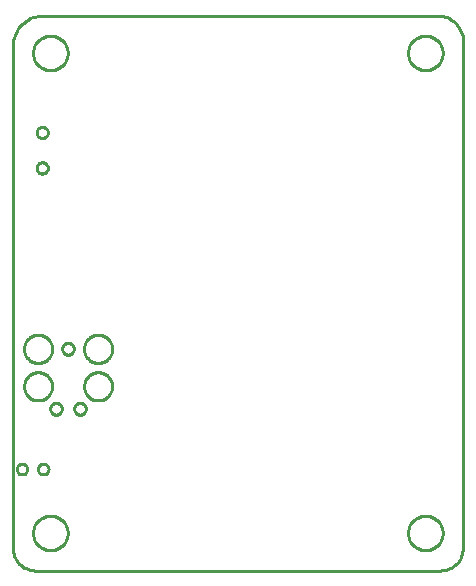
<source format=gbr>
G04 EAGLE Gerber RS-274X export*
G75*
%MOMM*%
%FSLAX34Y34*%
%LPD*%
%IN*%
%IPPOS*%
%AMOC8*
5,1,8,0,0,1.08239X$1,22.5*%
G01*
%ADD10C,0.254000*%


D10*
X0Y19050D02*
X73Y17390D01*
X289Y15742D01*
X649Y14120D01*
X1149Y12535D01*
X1785Y10999D01*
X2552Y9525D01*
X3445Y8123D01*
X4457Y6805D01*
X5580Y5580D01*
X6805Y4457D01*
X8123Y3445D01*
X9525Y2552D01*
X10999Y1785D01*
X12535Y1149D01*
X14120Y649D01*
X15742Y289D01*
X17390Y73D01*
X19050Y0D01*
X361950Y0D01*
X363610Y73D01*
X365258Y289D01*
X366881Y649D01*
X368465Y1149D01*
X370001Y1785D01*
X371475Y2552D01*
X372877Y3445D01*
X374195Y4457D01*
X375420Y5580D01*
X376543Y6805D01*
X377555Y8123D01*
X378448Y9525D01*
X379215Y10999D01*
X379851Y12535D01*
X380351Y14120D01*
X380711Y15742D01*
X380928Y17390D01*
X381000Y19050D01*
X381000Y444500D01*
X381192Y446449D01*
X381214Y448408D01*
X381064Y450360D01*
X380746Y452293D01*
X380260Y454190D01*
X379610Y456038D01*
X378802Y457822D01*
X377841Y459529D01*
X376736Y461145D01*
X375493Y462660D01*
X374124Y464060D01*
X372637Y465335D01*
X371045Y466476D01*
X369360Y467474D01*
X367594Y468321D01*
X365761Y469011D01*
X363875Y469539D01*
X361950Y469900D01*
X25400Y469900D01*
X23186Y469803D01*
X20989Y469514D01*
X18826Y469035D01*
X16713Y468368D01*
X14666Y467520D01*
X12700Y466497D01*
X10831Y465306D01*
X9073Y463958D01*
X7440Y462461D01*
X5942Y460827D01*
X4594Y459069D01*
X3403Y457200D01*
X2380Y455235D01*
X1532Y453187D01*
X865Y451074D01*
X386Y448911D01*
X97Y446714D01*
X0Y444500D01*
X0Y19050D01*
X46355Y31228D02*
X46281Y30188D01*
X46132Y29155D01*
X45910Y28136D01*
X45616Y27135D01*
X45252Y26157D01*
X44819Y25208D01*
X44319Y24293D01*
X43755Y23415D01*
X43129Y22580D01*
X42446Y21792D01*
X41708Y21054D01*
X40920Y20371D01*
X40085Y19746D01*
X39207Y19181D01*
X38292Y18682D01*
X37343Y18248D01*
X36365Y17884D01*
X35364Y17590D01*
X34345Y17368D01*
X33312Y17219D01*
X32272Y17145D01*
X31228Y17145D01*
X30188Y17219D01*
X29155Y17368D01*
X28136Y17590D01*
X27135Y17884D01*
X26157Y18248D01*
X25208Y18682D01*
X24293Y19181D01*
X23415Y19746D01*
X22580Y20371D01*
X21792Y21054D01*
X21054Y21792D01*
X20371Y22580D01*
X19746Y23415D01*
X19181Y24293D01*
X18682Y25208D01*
X18248Y26157D01*
X17884Y27135D01*
X17590Y28136D01*
X17368Y29155D01*
X17219Y30188D01*
X17145Y31228D01*
X17145Y32272D01*
X17219Y33312D01*
X17368Y34345D01*
X17590Y35364D01*
X17884Y36365D01*
X18248Y37343D01*
X18682Y38292D01*
X19181Y39207D01*
X19746Y40085D01*
X20371Y40920D01*
X21054Y41708D01*
X21792Y42446D01*
X22580Y43129D01*
X23415Y43755D01*
X24293Y44319D01*
X25208Y44819D01*
X26157Y45252D01*
X27135Y45616D01*
X28136Y45910D01*
X29155Y46132D01*
X30188Y46281D01*
X31228Y46355D01*
X32272Y46355D01*
X33312Y46281D01*
X34345Y46132D01*
X35364Y45910D01*
X36365Y45616D01*
X37343Y45252D01*
X38292Y44819D01*
X39207Y44319D01*
X40085Y43755D01*
X40920Y43129D01*
X41708Y42446D01*
X42446Y41708D01*
X43129Y40920D01*
X43755Y40085D01*
X44319Y39207D01*
X44819Y38292D01*
X45252Y37343D01*
X45616Y36365D01*
X45910Y35364D01*
X46132Y34345D01*
X46281Y33312D01*
X46355Y32272D01*
X46355Y31228D01*
X363855Y31228D02*
X363781Y30188D01*
X363632Y29155D01*
X363410Y28136D01*
X363116Y27135D01*
X362752Y26157D01*
X362319Y25208D01*
X361819Y24293D01*
X361255Y23415D01*
X360629Y22580D01*
X359946Y21792D01*
X359208Y21054D01*
X358420Y20371D01*
X357585Y19746D01*
X356707Y19181D01*
X355792Y18682D01*
X354843Y18248D01*
X353865Y17884D01*
X352864Y17590D01*
X351845Y17368D01*
X350812Y17219D01*
X349772Y17145D01*
X348728Y17145D01*
X347688Y17219D01*
X346655Y17368D01*
X345636Y17590D01*
X344635Y17884D01*
X343657Y18248D01*
X342708Y18682D01*
X341793Y19181D01*
X340915Y19746D01*
X340080Y20371D01*
X339292Y21054D01*
X338554Y21792D01*
X337871Y22580D01*
X337246Y23415D01*
X336681Y24293D01*
X336182Y25208D01*
X335748Y26157D01*
X335384Y27135D01*
X335090Y28136D01*
X334868Y29155D01*
X334719Y30188D01*
X334645Y31228D01*
X334645Y32272D01*
X334719Y33312D01*
X334868Y34345D01*
X335090Y35364D01*
X335384Y36365D01*
X335748Y37343D01*
X336182Y38292D01*
X336681Y39207D01*
X337246Y40085D01*
X337871Y40920D01*
X338554Y41708D01*
X339292Y42446D01*
X340080Y43129D01*
X340915Y43755D01*
X341793Y44319D01*
X342708Y44819D01*
X343657Y45252D01*
X344635Y45616D01*
X345636Y45910D01*
X346655Y46132D01*
X347688Y46281D01*
X348728Y46355D01*
X349772Y46355D01*
X350812Y46281D01*
X351845Y46132D01*
X352864Y45910D01*
X353865Y45616D01*
X354843Y45252D01*
X355792Y44819D01*
X356707Y44319D01*
X357585Y43755D01*
X358420Y43129D01*
X359208Y42446D01*
X359946Y41708D01*
X360629Y40920D01*
X361255Y40085D01*
X361819Y39207D01*
X362319Y38292D01*
X362752Y37343D01*
X363116Y36365D01*
X363410Y35364D01*
X363632Y34345D01*
X363781Y33312D01*
X363855Y32272D01*
X363855Y31228D01*
X363855Y437628D02*
X363781Y436588D01*
X363632Y435555D01*
X363410Y434536D01*
X363116Y433535D01*
X362752Y432557D01*
X362319Y431608D01*
X361819Y430693D01*
X361255Y429815D01*
X360629Y428980D01*
X359946Y428192D01*
X359208Y427454D01*
X358420Y426771D01*
X357585Y426146D01*
X356707Y425581D01*
X355792Y425082D01*
X354843Y424648D01*
X353865Y424284D01*
X352864Y423990D01*
X351845Y423768D01*
X350812Y423619D01*
X349772Y423545D01*
X348728Y423545D01*
X347688Y423619D01*
X346655Y423768D01*
X345636Y423990D01*
X344635Y424284D01*
X343657Y424648D01*
X342708Y425082D01*
X341793Y425581D01*
X340915Y426146D01*
X340080Y426771D01*
X339292Y427454D01*
X338554Y428192D01*
X337871Y428980D01*
X337246Y429815D01*
X336681Y430693D01*
X336182Y431608D01*
X335748Y432557D01*
X335384Y433535D01*
X335090Y434536D01*
X334868Y435555D01*
X334719Y436588D01*
X334645Y437628D01*
X334645Y438672D01*
X334719Y439712D01*
X334868Y440745D01*
X335090Y441764D01*
X335384Y442765D01*
X335748Y443743D01*
X336182Y444692D01*
X336681Y445607D01*
X337246Y446485D01*
X337871Y447320D01*
X338554Y448108D01*
X339292Y448846D01*
X340080Y449529D01*
X340915Y450155D01*
X341793Y450719D01*
X342708Y451219D01*
X343657Y451652D01*
X344635Y452016D01*
X345636Y452310D01*
X346655Y452532D01*
X347688Y452681D01*
X348728Y452755D01*
X349772Y452755D01*
X350812Y452681D01*
X351845Y452532D01*
X352864Y452310D01*
X353865Y452016D01*
X354843Y451652D01*
X355792Y451219D01*
X356707Y450719D01*
X357585Y450155D01*
X358420Y449529D01*
X359208Y448846D01*
X359946Y448108D01*
X360629Y447320D01*
X361255Y446485D01*
X361819Y445607D01*
X362319Y444692D01*
X362752Y443743D01*
X363116Y442765D01*
X363410Y441764D01*
X363632Y440745D01*
X363781Y439712D01*
X363855Y438672D01*
X363855Y437628D01*
X46355Y437628D02*
X46281Y436588D01*
X46132Y435555D01*
X45910Y434536D01*
X45616Y433535D01*
X45252Y432557D01*
X44819Y431608D01*
X44319Y430693D01*
X43755Y429815D01*
X43129Y428980D01*
X42446Y428192D01*
X41708Y427454D01*
X40920Y426771D01*
X40085Y426146D01*
X39207Y425581D01*
X38292Y425082D01*
X37343Y424648D01*
X36365Y424284D01*
X35364Y423990D01*
X34345Y423768D01*
X33312Y423619D01*
X32272Y423545D01*
X31228Y423545D01*
X30188Y423619D01*
X29155Y423768D01*
X28136Y423990D01*
X27135Y424284D01*
X26157Y424648D01*
X25208Y425082D01*
X24293Y425581D01*
X23415Y426146D01*
X22580Y426771D01*
X21792Y427454D01*
X21054Y428192D01*
X20371Y428980D01*
X19746Y429815D01*
X19181Y430693D01*
X18682Y431608D01*
X18248Y432557D01*
X17884Y433535D01*
X17590Y434536D01*
X17368Y435555D01*
X17219Y436588D01*
X17145Y437628D01*
X17145Y438672D01*
X17219Y439712D01*
X17368Y440745D01*
X17590Y441764D01*
X17884Y442765D01*
X18248Y443743D01*
X18682Y444692D01*
X19181Y445607D01*
X19746Y446485D01*
X20371Y447320D01*
X21054Y448108D01*
X21792Y448846D01*
X22580Y449529D01*
X23415Y450155D01*
X24293Y450719D01*
X25208Y451219D01*
X26157Y451652D01*
X27135Y452016D01*
X28136Y452310D01*
X29155Y452532D01*
X30188Y452681D01*
X31228Y452755D01*
X32272Y452755D01*
X33312Y452681D01*
X34345Y452532D01*
X35364Y452310D01*
X36365Y452016D01*
X37343Y451652D01*
X38292Y451219D01*
X39207Y450719D01*
X40085Y450155D01*
X40920Y449529D01*
X41708Y448846D01*
X42446Y448108D01*
X43129Y447320D01*
X43755Y446485D01*
X44319Y445607D01*
X44819Y444692D01*
X45252Y443743D01*
X45616Y442765D01*
X45910Y441764D01*
X46132Y440745D01*
X46281Y439712D01*
X46355Y438672D01*
X46355Y437628D01*
X46458Y182753D02*
X45905Y182815D01*
X45363Y182939D01*
X44838Y183123D01*
X44336Y183364D01*
X43865Y183660D01*
X43430Y184007D01*
X43037Y184400D01*
X42690Y184835D01*
X42394Y185306D01*
X42153Y185808D01*
X41969Y186333D01*
X41845Y186875D01*
X41783Y187428D01*
X41783Y187984D01*
X41845Y188537D01*
X41969Y189079D01*
X42153Y189604D01*
X42394Y190106D01*
X42690Y190577D01*
X43037Y191012D01*
X43430Y191405D01*
X43865Y191752D01*
X44336Y192048D01*
X44838Y192289D01*
X45363Y192473D01*
X45905Y192597D01*
X46458Y192659D01*
X47014Y192659D01*
X47567Y192597D01*
X48109Y192473D01*
X48634Y192289D01*
X49136Y192048D01*
X49607Y191752D01*
X50042Y191405D01*
X50435Y191012D01*
X50782Y190577D01*
X51078Y190106D01*
X51319Y189604D01*
X51503Y189079D01*
X51627Y188537D01*
X51689Y187984D01*
X51689Y187428D01*
X51627Y186875D01*
X51503Y186333D01*
X51319Y185808D01*
X51078Y185306D01*
X50782Y184835D01*
X50435Y184400D01*
X50042Y184007D01*
X49607Y183660D01*
X49136Y183364D01*
X48634Y183123D01*
X48109Y182939D01*
X47567Y182815D01*
X47014Y182753D01*
X46458Y182753D01*
X56608Y131953D02*
X56055Y132015D01*
X55513Y132139D01*
X54988Y132323D01*
X54486Y132564D01*
X54015Y132860D01*
X53580Y133207D01*
X53187Y133600D01*
X52840Y134035D01*
X52544Y134506D01*
X52303Y135008D01*
X52119Y135533D01*
X51995Y136075D01*
X51933Y136628D01*
X51933Y137184D01*
X51995Y137737D01*
X52119Y138279D01*
X52303Y138804D01*
X52544Y139306D01*
X52840Y139777D01*
X53187Y140212D01*
X53580Y140605D01*
X54015Y140952D01*
X54486Y141248D01*
X54988Y141489D01*
X55513Y141673D01*
X56055Y141797D01*
X56608Y141859D01*
X57164Y141859D01*
X57717Y141797D01*
X58259Y141673D01*
X58784Y141489D01*
X59286Y141248D01*
X59757Y140952D01*
X60192Y140605D01*
X60585Y140212D01*
X60932Y139777D01*
X61228Y139306D01*
X61469Y138804D01*
X61653Y138279D01*
X61777Y137737D01*
X61839Y137184D01*
X61839Y136628D01*
X61777Y136075D01*
X61653Y135533D01*
X61469Y135008D01*
X61228Y134506D01*
X60932Y134035D01*
X60585Y133600D01*
X60192Y133207D01*
X59757Y132860D01*
X59286Y132564D01*
X58784Y132323D01*
X58259Y132139D01*
X57717Y132015D01*
X57164Y131953D01*
X56608Y131953D01*
X36308Y131953D02*
X35755Y132015D01*
X35213Y132139D01*
X34688Y132323D01*
X34186Y132564D01*
X33715Y132860D01*
X33280Y133207D01*
X32887Y133600D01*
X32540Y134035D01*
X32244Y134506D01*
X32003Y135008D01*
X31819Y135533D01*
X31695Y136075D01*
X31633Y136628D01*
X31633Y137184D01*
X31695Y137737D01*
X31819Y138279D01*
X32003Y138804D01*
X32244Y139306D01*
X32540Y139777D01*
X32887Y140212D01*
X33280Y140605D01*
X33715Y140952D01*
X34186Y141248D01*
X34688Y141489D01*
X35213Y141673D01*
X35755Y141797D01*
X36308Y141859D01*
X36864Y141859D01*
X37417Y141797D01*
X37959Y141673D01*
X38484Y141489D01*
X38986Y141248D01*
X39457Y140952D01*
X39892Y140605D01*
X40285Y140212D01*
X40632Y139777D01*
X40928Y139306D01*
X41169Y138804D01*
X41353Y138279D01*
X41477Y137737D01*
X41539Y137184D01*
X41539Y136628D01*
X41477Y136075D01*
X41353Y135533D01*
X41169Y135008D01*
X40928Y134506D01*
X40632Y134035D01*
X40285Y133600D01*
X39892Y133207D01*
X39457Y132860D01*
X38986Y132564D01*
X38484Y132323D01*
X37959Y132139D01*
X37417Y132015D01*
X36864Y131953D01*
X36308Y131953D01*
X71669Y175832D02*
X70739Y175905D01*
X69818Y176051D01*
X68910Y176269D01*
X68023Y176557D01*
X67161Y176914D01*
X66329Y177338D01*
X65534Y177825D01*
X64779Y178374D01*
X64069Y178980D01*
X63410Y179639D01*
X62804Y180349D01*
X62255Y181104D01*
X61768Y181899D01*
X61344Y182731D01*
X60987Y183593D01*
X60699Y184480D01*
X60481Y185388D01*
X60335Y186309D01*
X60262Y187239D01*
X60262Y188173D01*
X60335Y189103D01*
X60481Y190024D01*
X60699Y190932D01*
X60987Y191819D01*
X61344Y192681D01*
X61768Y193513D01*
X62255Y194308D01*
X62804Y195063D01*
X63410Y195773D01*
X64069Y196432D01*
X64779Y197038D01*
X65534Y197587D01*
X66329Y198074D01*
X67161Y198498D01*
X68023Y198855D01*
X68910Y199144D01*
X69818Y199361D01*
X70739Y199507D01*
X71669Y199581D01*
X72603Y199581D01*
X73533Y199507D01*
X74454Y199361D01*
X75362Y199144D01*
X76249Y198855D01*
X77111Y198498D01*
X77943Y198074D01*
X78738Y197587D01*
X79493Y197038D01*
X80203Y196432D01*
X80862Y195773D01*
X81468Y195063D01*
X82017Y194308D01*
X82504Y193513D01*
X82928Y192681D01*
X83285Y191819D01*
X83574Y190932D01*
X83791Y190024D01*
X83937Y189103D01*
X84011Y188173D01*
X84011Y187239D01*
X83937Y186309D01*
X83791Y185388D01*
X83574Y184480D01*
X83285Y183593D01*
X82928Y182731D01*
X82504Y181899D01*
X82017Y181104D01*
X81468Y180349D01*
X80862Y179639D01*
X80203Y178980D01*
X79493Y178374D01*
X78738Y177825D01*
X77943Y177338D01*
X77111Y176914D01*
X76249Y176557D01*
X75362Y176269D01*
X74454Y176051D01*
X73533Y175905D01*
X72603Y175832D01*
X71669Y175832D01*
X71669Y144082D02*
X70739Y144155D01*
X69818Y144301D01*
X68910Y144519D01*
X68023Y144807D01*
X67161Y145164D01*
X66329Y145588D01*
X65534Y146075D01*
X64779Y146624D01*
X64069Y147230D01*
X63410Y147889D01*
X62804Y148599D01*
X62255Y149354D01*
X61768Y150149D01*
X61344Y150981D01*
X60987Y151843D01*
X60699Y152730D01*
X60481Y153638D01*
X60335Y154559D01*
X60262Y155489D01*
X60262Y156423D01*
X60335Y157353D01*
X60481Y158274D01*
X60699Y159182D01*
X60987Y160069D01*
X61344Y160931D01*
X61768Y161763D01*
X62255Y162558D01*
X62804Y163313D01*
X63410Y164023D01*
X64069Y164682D01*
X64779Y165288D01*
X65534Y165837D01*
X66329Y166324D01*
X67161Y166748D01*
X68023Y167105D01*
X68910Y167394D01*
X69818Y167611D01*
X70739Y167757D01*
X71669Y167831D01*
X72603Y167831D01*
X73533Y167757D01*
X74454Y167611D01*
X75362Y167394D01*
X76249Y167105D01*
X77111Y166748D01*
X77943Y166324D01*
X78738Y165837D01*
X79493Y165288D01*
X80203Y164682D01*
X80862Y164023D01*
X81468Y163313D01*
X82017Y162558D01*
X82504Y161763D01*
X82928Y160931D01*
X83285Y160069D01*
X83574Y159182D01*
X83791Y158274D01*
X83937Y157353D01*
X84011Y156423D01*
X84011Y155489D01*
X83937Y154559D01*
X83791Y153638D01*
X83574Y152730D01*
X83285Y151843D01*
X82928Y150981D01*
X82504Y150149D01*
X82017Y149354D01*
X81468Y148599D01*
X80862Y147889D01*
X80203Y147230D01*
X79493Y146624D01*
X78738Y146075D01*
X77943Y145588D01*
X77111Y145164D01*
X76249Y144807D01*
X75362Y144519D01*
X74454Y144301D01*
X73533Y144155D01*
X72603Y144082D01*
X71669Y144082D01*
X20869Y144082D02*
X19939Y144155D01*
X19018Y144301D01*
X18110Y144519D01*
X17223Y144807D01*
X16361Y145164D01*
X15529Y145588D01*
X14734Y146075D01*
X13979Y146624D01*
X13269Y147230D01*
X12610Y147889D01*
X12004Y148599D01*
X11455Y149354D01*
X10968Y150149D01*
X10544Y150981D01*
X10187Y151843D01*
X9899Y152730D01*
X9681Y153638D01*
X9535Y154559D01*
X9462Y155489D01*
X9462Y156423D01*
X9535Y157353D01*
X9681Y158274D01*
X9899Y159182D01*
X10187Y160069D01*
X10544Y160931D01*
X10968Y161763D01*
X11455Y162558D01*
X12004Y163313D01*
X12610Y164023D01*
X13269Y164682D01*
X13979Y165288D01*
X14734Y165837D01*
X15529Y166324D01*
X16361Y166748D01*
X17223Y167105D01*
X18110Y167394D01*
X19018Y167611D01*
X19939Y167757D01*
X20869Y167831D01*
X21803Y167831D01*
X22733Y167757D01*
X23654Y167611D01*
X24562Y167394D01*
X25449Y167105D01*
X26311Y166748D01*
X27143Y166324D01*
X27938Y165837D01*
X28693Y165288D01*
X29403Y164682D01*
X30062Y164023D01*
X30668Y163313D01*
X31217Y162558D01*
X31704Y161763D01*
X32128Y160931D01*
X32485Y160069D01*
X32774Y159182D01*
X32991Y158274D01*
X33137Y157353D01*
X33211Y156423D01*
X33211Y155489D01*
X33137Y154559D01*
X32991Y153638D01*
X32774Y152730D01*
X32485Y151843D01*
X32128Y150981D01*
X31704Y150149D01*
X31217Y149354D01*
X30668Y148599D01*
X30062Y147889D01*
X29403Y147230D01*
X28693Y146624D01*
X27938Y146075D01*
X27143Y145588D01*
X26311Y145164D01*
X25449Y144807D01*
X24562Y144519D01*
X23654Y144301D01*
X22733Y144155D01*
X21803Y144082D01*
X20869Y144082D01*
X20869Y175832D02*
X19939Y175905D01*
X19018Y176051D01*
X18110Y176269D01*
X17223Y176557D01*
X16361Y176914D01*
X15529Y177338D01*
X14734Y177825D01*
X13979Y178374D01*
X13269Y178980D01*
X12610Y179639D01*
X12004Y180349D01*
X11455Y181104D01*
X10968Y181899D01*
X10544Y182731D01*
X10187Y183593D01*
X9899Y184480D01*
X9681Y185388D01*
X9535Y186309D01*
X9462Y187239D01*
X9462Y188173D01*
X9535Y189103D01*
X9681Y190024D01*
X9899Y190932D01*
X10187Y191819D01*
X10544Y192681D01*
X10968Y193513D01*
X11455Y194308D01*
X12004Y195063D01*
X12610Y195773D01*
X13269Y196432D01*
X13979Y197038D01*
X14734Y197587D01*
X15529Y198074D01*
X16361Y198498D01*
X17223Y198855D01*
X18110Y199144D01*
X19018Y199361D01*
X19939Y199507D01*
X20869Y199581D01*
X21803Y199581D01*
X22733Y199507D01*
X23654Y199361D01*
X24562Y199144D01*
X25449Y198855D01*
X26311Y198498D01*
X27143Y198074D01*
X27938Y197587D01*
X28693Y197038D01*
X29403Y196432D01*
X30062Y195773D01*
X30668Y195063D01*
X31217Y194308D01*
X31704Y193513D01*
X32128Y192681D01*
X32485Y191819D01*
X32774Y190932D01*
X32991Y190024D01*
X33137Y189103D01*
X33211Y188173D01*
X33211Y187239D01*
X33137Y186309D01*
X32991Y185388D01*
X32774Y184480D01*
X32485Y183593D01*
X32128Y182731D01*
X31704Y181899D01*
X31217Y181104D01*
X30668Y180349D01*
X30062Y179639D01*
X29403Y178980D01*
X28693Y178374D01*
X27938Y177825D01*
X27143Y177338D01*
X26311Y176914D01*
X25449Y176557D01*
X24562Y176269D01*
X23654Y176051D01*
X22733Y175905D01*
X21803Y175832D01*
X20869Y175832D01*
X7469Y81352D02*
X6884Y81429D01*
X6314Y81582D01*
X5769Y81807D01*
X5259Y82102D01*
X4791Y82461D01*
X4373Y82879D01*
X4014Y83347D01*
X3719Y83857D01*
X3494Y84402D01*
X3341Y84972D01*
X3264Y85557D01*
X3264Y86147D01*
X3341Y86732D01*
X3494Y87302D01*
X3719Y87847D01*
X4014Y88357D01*
X4373Y88825D01*
X4791Y89243D01*
X5259Y89602D01*
X5769Y89897D01*
X6314Y90122D01*
X6884Y90275D01*
X7469Y90352D01*
X8059Y90352D01*
X8644Y90275D01*
X9214Y90122D01*
X9759Y89897D01*
X10269Y89602D01*
X10737Y89243D01*
X11155Y88825D01*
X11514Y88357D01*
X11809Y87847D01*
X12034Y87302D01*
X12187Y86732D01*
X12264Y86147D01*
X12264Y85557D01*
X12187Y84972D01*
X12034Y84402D01*
X11809Y83857D01*
X11514Y83347D01*
X11155Y82879D01*
X10737Y82461D01*
X10269Y82102D01*
X9759Y81807D01*
X9214Y81582D01*
X8644Y81429D01*
X8059Y81352D01*
X7469Y81352D01*
X25469Y81352D02*
X24884Y81429D01*
X24314Y81582D01*
X23769Y81807D01*
X23259Y82102D01*
X22791Y82461D01*
X22373Y82879D01*
X22014Y83347D01*
X21719Y83857D01*
X21494Y84402D01*
X21341Y84972D01*
X21264Y85557D01*
X21264Y86147D01*
X21341Y86732D01*
X21494Y87302D01*
X21719Y87847D01*
X22014Y88357D01*
X22373Y88825D01*
X22791Y89243D01*
X23259Y89602D01*
X23769Y89897D01*
X24314Y90122D01*
X24884Y90275D01*
X25469Y90352D01*
X26059Y90352D01*
X26644Y90275D01*
X27214Y90122D01*
X27759Y89897D01*
X28269Y89602D01*
X28737Y89243D01*
X29155Y88825D01*
X29514Y88357D01*
X29809Y87847D01*
X30034Y87302D01*
X30187Y86732D01*
X30264Y86147D01*
X30264Y85557D01*
X30187Y84972D01*
X30034Y84402D01*
X29809Y83857D01*
X29514Y83347D01*
X29155Y82879D01*
X28737Y82461D01*
X28269Y82102D01*
X27759Y81807D01*
X27214Y81582D01*
X26644Y81429D01*
X26059Y81352D01*
X25469Y81352D01*
X25159Y345604D02*
X25689Y345544D01*
X26209Y345426D01*
X26713Y345249D01*
X27193Y345018D01*
X27645Y344734D01*
X28062Y344401D01*
X28439Y344024D01*
X28772Y343607D01*
X29056Y343155D01*
X29287Y342675D01*
X29464Y342171D01*
X29582Y341651D01*
X29642Y341121D01*
X29642Y340587D01*
X29582Y340057D01*
X29464Y339537D01*
X29287Y339033D01*
X29056Y338553D01*
X28772Y338101D01*
X28439Y337684D01*
X28062Y337307D01*
X27645Y336974D01*
X27193Y336690D01*
X26713Y336459D01*
X26209Y336282D01*
X25689Y336164D01*
X25159Y336104D01*
X24625Y336104D01*
X24095Y336164D01*
X23575Y336282D01*
X23071Y336459D01*
X22591Y336690D01*
X22139Y336974D01*
X21722Y337307D01*
X21345Y337684D01*
X21012Y338101D01*
X20728Y338553D01*
X20497Y339033D01*
X20320Y339537D01*
X20202Y340057D01*
X20142Y340587D01*
X20142Y341121D01*
X20202Y341651D01*
X20320Y342171D01*
X20497Y342675D01*
X20728Y343155D01*
X21012Y343607D01*
X21345Y344024D01*
X21722Y344401D01*
X22139Y344734D01*
X22591Y345018D01*
X23071Y345249D01*
X23575Y345426D01*
X24095Y345544D01*
X24625Y345604D01*
X25159Y345604D01*
X25159Y375604D02*
X25689Y375544D01*
X26209Y375426D01*
X26713Y375249D01*
X27193Y375018D01*
X27645Y374734D01*
X28062Y374401D01*
X28439Y374024D01*
X28772Y373607D01*
X29056Y373155D01*
X29287Y372675D01*
X29464Y372171D01*
X29582Y371651D01*
X29642Y371121D01*
X29642Y370587D01*
X29582Y370057D01*
X29464Y369537D01*
X29287Y369033D01*
X29056Y368553D01*
X28772Y368101D01*
X28439Y367684D01*
X28062Y367307D01*
X27645Y366974D01*
X27193Y366690D01*
X26713Y366459D01*
X26209Y366282D01*
X25689Y366164D01*
X25159Y366104D01*
X24625Y366104D01*
X24095Y366164D01*
X23575Y366282D01*
X23071Y366459D01*
X22591Y366690D01*
X22139Y366974D01*
X21722Y367307D01*
X21345Y367684D01*
X21012Y368101D01*
X20728Y368553D01*
X20497Y369033D01*
X20320Y369537D01*
X20202Y370057D01*
X20142Y370587D01*
X20142Y371121D01*
X20202Y371651D01*
X20320Y372171D01*
X20497Y372675D01*
X20728Y373155D01*
X21012Y373607D01*
X21345Y374024D01*
X21722Y374401D01*
X22139Y374734D01*
X22591Y375018D01*
X23071Y375249D01*
X23575Y375426D01*
X24095Y375544D01*
X24625Y375604D01*
X25159Y375604D01*
M02*

</source>
